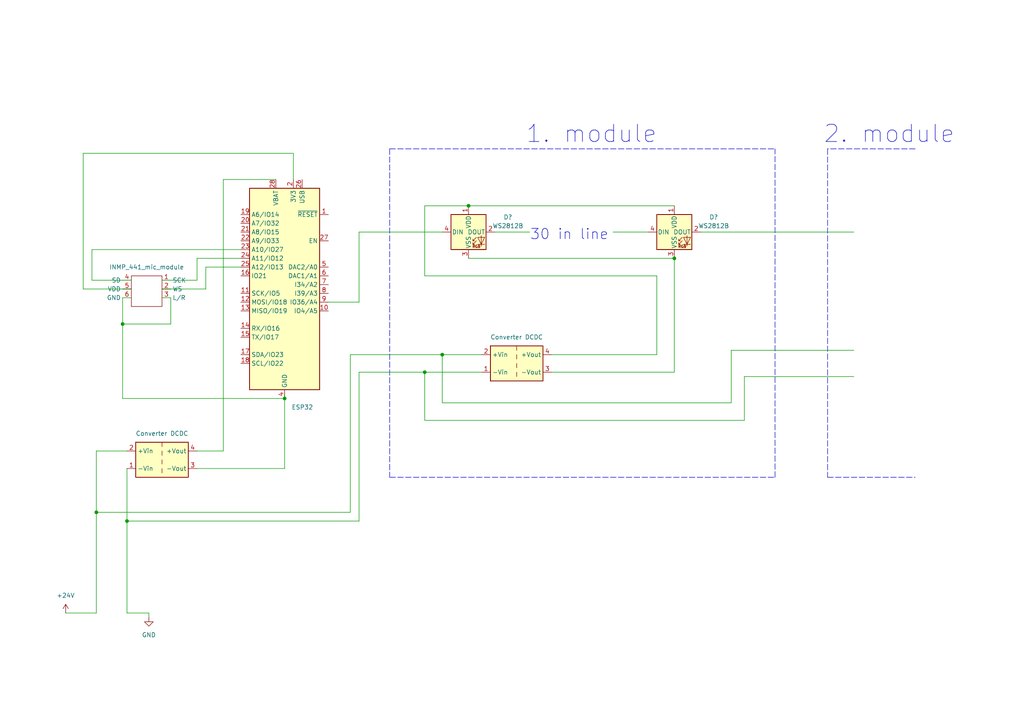
<source format=kicad_sch>
(kicad_sch (version 20211123) (generator eeschema)
  (paper "A4")
  (lib_symbols
    (symbol "Audio:INMP_441_mic_module"
      (property "Reference" "U" (at 0 -10.16 0))
      (property "Value" "INMP_441_mic_module" (at 1.27 -7.62 0))
      (symbol "INMP_441_mic_module_0_1"
        (rectangle (start -3.81 5.08) (end 5.08 -3.81))
      )
      (symbol "INMP_441_mic_module_1_1"
        (pin input line (at 5.08 3.81 0) (length 2.54) (name "SCK") (number "1"))
        (pin input line (at 5.08 1.27 0) (length 2.54) (name "WS") (number "2"))
        (pin input line (at 5.08 -1.27 0) (length 2.54) (name "L/R") (number "3"))
        (pin output line (at -3.81 3.81 180) (length 2.54) (name "SD") (number "4"))
        (pin input line (at -3.81 1.27 180) (length 2.54) (name "VDD") (number "5"))
        (pin input line (at -3.81 -1.27 180) (length 2.54) (name "GND") (number "6"))
      )
    )
    (symbol "Converter_DCDC:MEE1S2405SC"
      (property "Reference" "PS" (at -7.62 6.35 0))
      (property "Value" "MEE1S2405SC" (at 1.27 6.35 0))
      (symbol "MEE1S2405SC_0_0"
        (pin power_in line (at -10.16 -2.54 0) (length 2.54) (name "-Vin") (number "1"))
        (pin power_in line (at -10.16 2.54 0) (length 2.54) (name "+Vin") (number "2"))
        (pin power_out line (at 10.16 -2.54 180) (length 2.54) (name "-Vout") (number "3"))
        (pin power_out line (at 10.16 2.54 180) (length 2.54) (name "+Vout") (number "4"))
      )
      (symbol "MEE1S2405SC_0_1"
        (rectangle (start -7.62 5.08) (end 7.62 -5.08) (stroke (width 0.254)) (fill (type background)))
        (polyline (pts (xy 0 -2.54) (xy 0 -3.81)))
        (polyline (pts (xy 0 0) (xy 0 -1.27)))
        (polyline (pts (xy 0 2.54) (xy 0 1.27)))
        (polyline (pts (xy 0 5.08) (xy 0 3.81)))
      )
    )
    (symbol "LED:WS2812B" (pin_names (offset 0.254))
      (property "Reference" "D" (at 5.08 5.715 0))
      (property "Value" "WS2812B" (at 1.27 -5.715 0))
      (symbol "WS2812B_0_0"
        (text "RGB" (at 2.286 -4.191 0) (effects (font (size 0.762 0.762))))
      )
      (symbol "WS2812B_0_1"
        (polyline (pts (xy 1.27 -3.556) (xy 1.778 -3.556)))
        (polyline (pts (xy 1.27 -2.54) (xy 1.778 -2.54)))
        (polyline (pts (xy 4.699 -3.556) (xy 2.667 -3.556)))
        (polyline (pts (xy 2.286 -2.54) (xy 1.27 -3.556) (xy 1.27 -3.048)))
        (polyline (pts (xy 2.286 -1.524) (xy 1.27 -2.54) (xy 1.27 -2.032)))
        (polyline (pts (xy 3.683 -1.016) (xy 3.683 -3.556) (xy 3.683 -4.064)))
        (polyline (pts (xy 4.699 -1.524) (xy 2.667 -1.524) (xy 3.683 -3.556) (xy 4.699 -1.524)))
        (rectangle (start 5.08 5.08) (end -5.08 -5.08) (stroke (width 0.254)) (fill (type background)))
      )
      (symbol "WS2812B_1_1"
        (pin power_in line (at 0 7.62 270) (length 2.54) (name "VDD") (number "1"))
        (pin output line (at 7.62 0 180) (length 2.54) (name "DOUT") (number "2"))
        (pin power_in line (at 0 -7.62 90) (length 2.54) (name "VSS") (number "3"))
        (pin input line (at -7.62 0 0) (length 2.54) (name "DIN") (number "4"))
      )
    )
    (symbol "MCU_Module:Adafruit_Feather_HUZZAH32_ESP32"
      (property "Reference" "A" (at -10.16 29.21 0))
      (property "Value" "Adafruit_Feather_HUZZAH32_ESP32" (at 2.54 -31.75 0))
      (symbol "Adafruit_Feather_HUZZAH32_ESP32_0_1"
        (rectangle (start -10.16 27.94) (end 10.16 -30.48) (stroke (width 0.254)) (fill (type background)))
      )
      (symbol "Adafruit_Feather_HUZZAH32_ESP32_1_1"
        (pin input line (at 12.7 20.32 180) (length 2.54) (name "~{RESET}") (number "1"))
        (pin bidirectional line (at 12.7 -7.62 180) (length 2.54) (name "IO4/A5") (number "10"))
        (pin bidirectional line (at -12.7 -2.54 0) (length 2.54) (name "SCK/IO5") (number "11"))
        (pin bidirectional line (at -12.7 -5.08 0) (length 2.54) (name "MOSI/IO18") (number "12"))
        (pin bidirectional line (at -12.7 -7.62 0) (length 2.54) (name "MISO/IO19") (number "13"))
        (pin bidirectional line (at -12.7 -12.7 0) (length 2.54) (name "RX/IO16") (number "14"))
        (pin bidirectional line (at -12.7 -15.24 0) (length 2.54) (name "TX/IO17") (number "15"))
        (pin bidirectional line (at -12.7 2.54 0) (length 2.54) (name "IO21") (number "16"))
        (pin bidirectional line (at -12.7 -20.32 0) (length 2.54) (name "SDA/IO23") (number "17"))
        (pin bidirectional line (at -12.7 -22.86 0) (length 2.54) (name "SCL/IO22") (number "18"))
        (pin bidirectional line (at -12.7 20.32 0) (length 2.54) (name "A6/IO14") (number "19"))
        (pin power_in line (at 2.54 30.48 270) (length 2.54) (name "3V3") (number "2"))
        (pin bidirectional line (at -12.7 17.78 0) (length 2.54) (name "A7/IO32") (number "20"))
        (pin bidirectional line (at -12.7 15.24 0) (length 2.54) (name "A8/IO15") (number "21"))
        (pin bidirectional line (at -12.7 12.7 0) (length 2.54) (name "A9/IO33") (number "22"))
        (pin bidirectional line (at -12.7 10.16 0) (length 2.54) (name "A10/IO27") (number "23"))
        (pin bidirectional line (at -12.7 7.62 0) (length 2.54) (name "A11/IO12") (number "24"))
        (pin bidirectional line (at -12.7 5.08 0) (length 2.54) (name "A12/IO13") (number "25"))
        (pin power_in line (at 5.08 30.48 270) (length 2.54) (name "USB") (number "26"))
        (pin input line (at 12.7 12.7 180) (length 2.54) (name "EN") (number "27"))
        (pin power_in line (at -2.54 30.48 270) (length 2.54) (name "VBAT") (number "28"))
        (pin no_connect line (at 10.16 10.16 180) (length 2.54) hide (name "NC") (number "3"))
        (pin power_in line (at 0 -33.02 90) (length 2.54) (name "GND") (number "4"))
        (pin bidirectional line (at 12.7 5.08 180) (length 2.54) (name "DAC2/A0") (number "5"))
        (pin bidirectional line (at 12.7 2.54 180) (length 2.54) (name "DAC1/A1") (number "6"))
        (pin bidirectional line (at 12.7 0 180) (length 2.54) (name "I34/A2") (number "7"))
        (pin bidirectional line (at 12.7 -2.54 180) (length 2.54) (name "I39/A3") (number "8"))
        (pin bidirectional line (at 12.7 -5.08 180) (length 2.54) (name "IO36/A4") (number "9"))
      )
    )
    (symbol "power:+24V" (power) (pin_names (offset 0))
      (property "Value" "+24V" (at 0 3.556 0))
      (symbol "+24V_0_1"
        (polyline (pts (xy -0.762 1.27) (xy 0 2.54)))
        (polyline (pts (xy 0 0) (xy 0 2.54)))
        (polyline (pts (xy 0 2.54) (xy 0.762 1.27)))
      )
      (symbol "+24V_1_1"
        (pin power_in line (at 0 0 90) (length 0) hide (name "+24V") (number "1"))
      )
    )
    (symbol "power:GND" (power) (pin_names (offset 0))
      (property "Value" "GND" (at 0 -3.81 0))
      (symbol "GND_0_1"
        (polyline (pts (xy 0 0) (xy 0 -1.27) (xy 1.27 -1.27) (xy 0 -2.54) (xy -1.27 -1.27) (xy 0 -1.27)))
      )
      (symbol "GND_1_1"
        (pin power_in line (at 0 0 270) (length 0) hide (name "GND") (number "1"))
      )
    )
  )
  (junction (at 27.94 148.59))
  (junction (at 82.55 115.57))
  (junction (at 123.19 107.95))
  (junction (at 195.58 74.93))
  (junction (at 135.89 59.69))
  (junction (at 128.27 102.87))
  (junction (at 36.83 151.13))
  (junction (at 35.56 93.98))
  (polyline (pts (xy 113.03 43.18) (xy 113.03 138.43)))
  (wire (pts (xy 36.83 177.8) (xy 43.18 177.8)))
  (wire (pts (xy 49.53 93.98) (xy 49.53 86.36)))
  (polyline (pts (xy 224.79 138.43) (xy 224.79 43.18)))
  (wire (pts (xy 190.5 80.01) (xy 123.19 80.01)))
  (wire (pts (xy 104.14 107.95) (xy 104.14 151.13)))
  (wire (pts (xy 123.19 107.95) (xy 123.19 121.92)))
  (wire (pts (xy 123.19 107.95) (xy 104.14 107.95)))
  (polyline (pts (xy 240.03 138.43) (xy 265.43 138.43)))
  (polyline (pts (xy 265.43 43.18) (xy 240.03 43.18)))
  (wire (pts (xy 215.9 109.22) (xy 247.65 109.22)))
  (wire (pts (xy 85.09 44.45) (xy 24.13 44.45)))
  (wire (pts (xy 212.09 101.6) (xy 247.65 101.6)))
  (wire (pts (xy 64.77 52.07) (xy 80.01 52.07)))
  (wire (pts (xy 38.1 81.28) (xy 26.67 81.28)))
  (wire (pts (xy 143.51 67.31) (xy 153.67 67.31)))
  (wire (pts (xy 101.6 102.87) (xy 128.27 102.87)))
  (wire (pts (xy 82.55 115.57) (xy 35.56 115.57)))
  (wire (pts (xy 57.15 81.28) (xy 57.15 74.93)))
  (wire (pts (xy 49.53 86.36) (xy 46.99 86.36)))
  (wire (pts (xy 27.94 130.81) (xy 27.94 148.59)))
  (wire (pts (xy 36.83 151.13) (xy 36.83 177.8)))
  (wire (pts (xy 46.99 83.82) (xy 59.69 83.82)))
  (wire (pts (xy 104.14 67.31) (xy 104.14 87.63)))
  (wire (pts (xy 190.5 102.87) (xy 190.5 80.01)))
  (polyline (pts (xy 113.03 138.43) (xy 224.79 138.43)))
  (wire (pts (xy 26.67 81.28) (xy 26.67 72.39)))
  (polyline (pts (xy 240.03 43.18) (xy 240.03 138.43)))
  (wire (pts (xy 160.02 107.95) (xy 195.58 107.95)))
  (wire (pts (xy 104.14 87.63) (xy 95.25 87.63)))
  (wire (pts (xy 36.83 135.89) (xy 36.83 151.13)))
  (wire (pts (xy 101.6 148.59) (xy 101.6 102.87)))
  (wire (pts (xy 135.89 59.69) (xy 195.58 59.69)))
  (wire (pts (xy 212.09 116.84) (xy 212.09 101.6)))
  (wire (pts (xy 27.94 148.59) (xy 27.94 177.8)))
  (wire (pts (xy 59.69 77.47) (xy 69.85 77.47)))
  (wire (pts (xy 57.15 74.93) (xy 69.85 74.93)))
  (wire (pts (xy 27.94 148.59) (xy 101.6 148.59)))
  (wire (pts (xy 59.69 83.82) (xy 59.69 77.47)))
  (wire (pts (xy 160.02 102.87) (xy 190.5 102.87)))
  (wire (pts (xy 128.27 67.31) (xy 104.14 67.31)))
  (wire (pts (xy 177.8 67.31) (xy 187.96 67.31)))
  (wire (pts (xy 64.77 130.81) (xy 64.77 52.07)))
  (wire (pts (xy 35.56 115.57) (xy 35.56 93.98)))
  (wire (pts (xy 123.19 80.01) (xy 123.19 59.69)))
  (wire (pts (xy 135.89 74.93) (xy 195.58 74.93)))
  (wire (pts (xy 128.27 102.87) (xy 139.7 102.87)))
  (wire (pts (xy 24.13 83.82) (xy 38.1 83.82)))
  (wire (pts (xy 85.09 52.07) (xy 85.09 44.45)))
  (wire (pts (xy 36.83 130.81) (xy 27.94 130.81)))
  (wire (pts (xy 139.7 107.95) (xy 123.19 107.95)))
  (wire (pts (xy 57.15 135.89) (xy 82.55 135.89)))
  (wire (pts (xy 35.56 93.98) (xy 35.56 86.36)))
  (wire (pts (xy 46.99 81.28) (xy 57.15 81.28)))
  (wire (pts (xy 24.13 44.45) (xy 24.13 83.82)))
  (wire (pts (xy 123.19 121.92) (xy 215.9 121.92)))
  (wire (pts (xy 43.18 177.8) (xy 43.18 179.07)))
  (wire (pts (xy 123.19 59.69) (xy 135.89 59.69)))
  (wire (pts (xy 35.56 86.36) (xy 38.1 86.36)))
  (wire (pts (xy 195.58 107.95) (xy 195.58 74.93)))
  (wire (pts (xy 35.56 93.98) (xy 49.53 93.98)))
  (wire (pts (xy 128.27 102.87) (xy 128.27 116.84)))
  (polyline (pts (xy 113.03 43.18) (xy 224.79 43.18)))
  (wire (pts (xy 27.94 177.8) (xy 19.05 177.8)))
  (wire (pts (xy 128.27 116.84) (xy 212.09 116.84)))
  (wire (pts (xy 57.15 130.81) (xy 64.77 130.81)))
  (wire (pts (xy 203.2 67.31) (xy 247.65 67.31)))
  (wire (pts (xy 104.14 151.13) (xy 36.83 151.13)))
  (wire (pts (xy 82.55 115.57) (xy 82.55 135.89)))
  (wire (pts (xy 215.9 121.92) (xy 215.9 109.22)))
  (wire (pts (xy 82.55 114.3) (xy 82.55 115.57)))
  (wire (pts (xy 26.67 72.39) (xy 69.85 72.39)))
  (text "30 in line\n" (at 153.67 69.85 0) (effects (font (size 3 3)) (justify left bottom)))
  (text "1. module" (at 152.4 41.91 0) (effects (font (size 5 5)) (justify left bottom)))
  (text "2. module" (at 238.76 41.91 0) (effects (font (size 5 5)) (justify left bottom)))
  (symbol (lib_id "LED:WS2812B") (at 135.89 67.31 0) (unit 1)
    (property "Reference" "D?" (at 147.32 62.9793 0))
    (property "Value" "WS2812B" (at 147.32 65.5193 0))
    (property "Footprint" "LED_SMD:LED_WS2812B_PLCC4_5.0x5.0mm_P3.2mm" (effects hide))
    (property "Datasheet" "https://cdn-shop.adafruit.com/datasheets/WS2812B.pdf" (effects hide))
  )
  (symbol (lib_id "power:GND") (at 43.18 179.07 0) (unit 1)
    (property "Reference" "#PWR?" (effects hide))
    (property "Value" "GND" (at 43.18 184.15 0))
  )
  (symbol (lib_id "power:+24V") (at 19.05 177.8 0) (unit 1)
    (property "Reference" "#PWR?" (effects hide))
    (property "Value" "+24V" (at 19.05 172.72 0))
  )
  (symbol (lib_id "LED:WS2812B") (at 195.58 67.31 0) (unit 1)
    (property "Reference" "D?" (at 207.01 62.9793 0))
    (property "Value" "WS2812B" (at 207.01 65.5193 0))
    (property "Footprint" "LED_SMD:LED_WS2812B_PLCC4_5.0x5.0mm_P3.2mm" (effects hide))
    (property "Datasheet" "https://cdn-shop.adafruit.com/datasheets/WS2812B.pdf" (effects hide))
  )
  (symbol (lib_id "MCU_Module:Adafruit_Feather_HUZZAH32_ESP32") (at 82.55 82.55 0) (unit 1)
    (property "Reference" "A?" (effects hide))
    (property "Value" "ESP32" (at 84.5694 118.11 0) (effects (justify left)))
    (property "Footprint" "Module:Adafruit_Feather" (effects hide))
    (property "Datasheet" "https://cdn-learn.adafruit.com/downloads/pdf/adafruit-huzzah32-esp32-feather.pdf" (effects hide))
  )
  (symbol (lib_id "Audio:INMP_441_mic_module") (at 41.91 85.09 0) (unit 1)
    (property "Reference" "U?" (effects hide))
    (property "Value" "INMP_441_mic_module" (at 42.545 77.47 0))
  )
  (symbol (lib_id "Converter_DCDC:MEE1S2405SC") (at 149.86 105.41 0) (unit 1)
    (property "Reference" "PS?" (effects hide))
    (property "Value" "Converter DCDC" (at 149.86 97.79 0))
    (property "Footprint" "Converter_DCDC:Converter_DCDC_Murata_MEE1SxxxxSC_THT" (effects hide))
    (property "Datasheet" "https://power.murata.com/pub/data/power/ncl/kdc_mee1.pdf" (effects hide))
  )
  (symbol (lib_id "Converter_DCDC:MEE1S2405SC") (at 46.99 133.35 0) (unit 1)
    (property "Reference" "PS?" (effects hide))
    (property "Value" "Converter DCDC" (at 46.99 125.73 0))
    (property "Footprint" "Converter_DCDC:Converter_DCDC_Murata_MEE1SxxxxSC_THT" (effects hide))
    (property "Datasheet" "https://power.murata.com/pub/data/power/ncl/kdc_mee1.pdf" (effects hide))
  )
)
</source>
